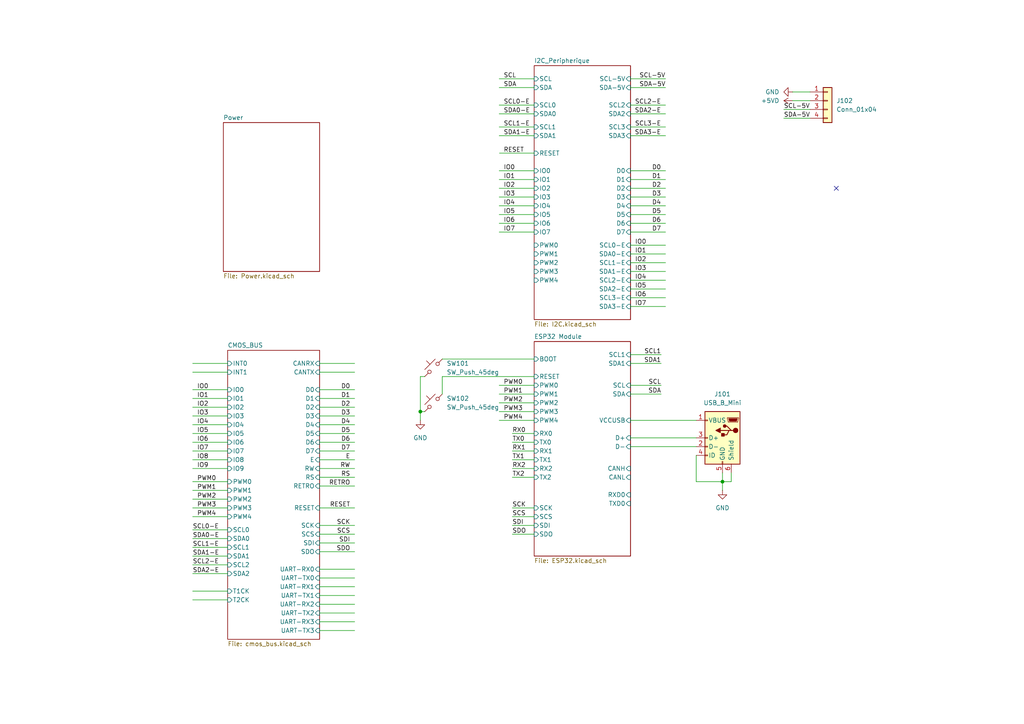
<source format=kicad_sch>
(kicad_sch (version 20250114) (generator "eeschema") (generator_version "9.0")
  (paper "A4")
  (title_block (date "2025-09-17") (rev "V1.0") (company "CMOS-74A"))
  (lib_symbols
    (symbol "Connector:USB_B_Mini" (pin_names (offset 1.016))
      (property "Reference" "J" (at -5.08 11.43 0))
      (property "Value" "USB_B_Mini" (at -5.08 8.89 0))
      (symbol "USB_B_Mini_0_1"
        (rectangle (start -5.08 -7.62) (end 5.08 7.62) (stroke (width 0.254)) (fill (type background)))
        (polyline (pts (xy -4.699 5.842) (xy -4.699 5.588) (xy -4.445 4.826) (xy -4.445 4.572) (xy -1.651 4.572) (xy -1.651 4.826) (xy -1.397 5.588) (xy -1.397 5.842) (xy -4.699 5.842)))
        (polyline (pts (xy -4.318 5.588) (xy -1.778 5.588) (xy -2.032 4.826) (xy -4.064 4.826) (xy -4.318 5.588)) (fill (type outline)))
        (circle (center -3.81 2.159) (radius 0.635) (stroke (width 0.254)) (fill (type outline)))
        (polyline (pts (xy -3.175 2.159) (xy -2.54 2.159) (xy -1.27 3.429) (xy -0.635 3.429)) (stroke (width 0.254)))
        (polyline (pts (xy -2.54 2.159) (xy -1.905 2.159) (xy -1.27 0.889) (xy 0 0.889)) (stroke (width 0.254)))
        (polyline (pts (xy -1.905 2.159) (xy 0.635 2.159)) (stroke (width 0.254)))
        (circle (center -0.635 3.429) (radius 0.381) (stroke (width 0.254)) (fill (type outline)))
        (rectangle (start -0.127 -7.62) (end 0.127 -6.858))
        (rectangle (start 0.254 1.27) (end -0.508 0.508) (stroke (width 0.254)) (fill (type outline)))
        (polyline (pts (xy 0.635 2.794) (xy 0.635 1.524) (xy 1.905 2.159) (xy 0.635 2.794)) (stroke (width 0.254)) (fill (type outline)))
        (rectangle (start 5.08 4.953) (end 4.318 5.207))
        (rectangle (start 5.08 -0.127) (end 4.318 0.127))
        (rectangle (start 5.08 -2.667) (end 4.318 -2.413))
        (rectangle (start 5.08 -5.207) (end 4.318 -4.953))
      )
      (symbol "USB_B_Mini_1_1"
        (pin passive line (at -2.54 -10.16 90) (length 2.54) (name "Shield") (number "6"))
        (pin power_out line (at 0 -10.16 90) (length 2.54) (name "GND") (number "5"))
        (pin power_out line (at 7.62 5.08 180) (length 2.54) (name "VBUS") (number "1"))
        (pin bidirectional line (at 7.62 0 180) (length 2.54) (name "D+") (number "3"))
        (pin bidirectional line (at 7.62 -2.54 180) (length 2.54) (name "D-") (number "2"))
        (pin passive line (at 7.62 -5.08 180) (length 2.54) (name "ID") (number "4"))
      )
    )
    (symbol "Connector_Generic:Conn_01x04" (pin_names (offset 1.016) (hide yes))
      (property "Reference" "J" (at 0 5.08 0))
      (property "Value" "Conn_01x04" (at 0 -7.62 0))
      (symbol "Conn_01x04_1_1"
        (rectangle (start -1.27 3.81) (end 1.27 -6.35) (stroke (width 0.254)) (fill (type background)))
        (rectangle (start -1.27 2.667) (end 0 2.413) (stroke (width 0.1524)))
        (rectangle (start -1.27 0.127) (end 0 -0.127) (stroke (width 0.1524)))
        (rectangle (start -1.27 -2.413) (end 0 -2.667) (stroke (width 0.1524)))
        (rectangle (start -1.27 -4.953) (end 0 -5.207) (stroke (width 0.1524)))
        (pin passive line (at -5.08 2.54 0) (length 3.81) (name "Pin_1") (number "1"))
        (pin passive line (at -5.08 0 0) (length 3.81) (name "Pin_2") (number "2"))
        (pin passive line (at -5.08 -2.54 0) (length 3.81) (name "Pin_3") (number "3"))
        (pin passive line (at -5.08 -5.08 0) (length 3.81) (name "Pin_4") (number "4"))
      )
    )
    (symbol "Switch:SW_Push_45deg" (pin_numbers (hide yes)) (pin_names (offset 1.016) (hide yes))
      (property "Reference" "SW" (at 3.048 1.016 0))
      (property "Value" "SW_Push_45deg" (at 0 -3.81 0))
      (symbol "SW_Push_45deg_0_1"
        (polyline (pts (xy -2.54 2.54) (xy -1.524 1.524) (xy -1.524 1.524)))
        (circle (center -1.1684 1.1684) (radius 0.508))
        (polyline (pts (xy -0.508 2.54) (xy 2.54 -0.508)))
        (polyline (pts (xy 1.016 1.016) (xy 2.032 2.032)))
        (circle (center 1.143 -1.1938) (radius 0.508))
        (polyline (pts (xy 1.524 -1.524) (xy 2.54 -2.54) (xy 2.54 -2.54) (xy 2.54 -2.54)))
        (pin passive line (at -2.54 2.54 0) (length 0) (name "1") (number "1"))
        (pin passive line (at 2.54 -2.54 180) (length 0) (name "2") (number "2"))
      )
    )
    (symbol "power:+5VD" (power) (pin_numbers (hide yes)) (pin_names (offset 0) (hide yes))
      (property "Value" "+5VD" (at 0 3.556 0))
      (symbol "+5VD_0_1"
        (polyline (pts (xy -0.762 1.27) (xy 0 2.54)))
        (polyline (pts (xy 0 2.54) (xy 0.762 1.27)))
        (polyline (pts (xy 0 0) (xy 0 2.54)))
      )
      (symbol "+5VD_1_1"
        (pin power_in line (at 0 0 90) (length 0) (name "~") (number "1"))
      )
    )
    (symbol "power:GND" (power) (pin_numbers (hide yes)) (pin_names (offset 0) (hide yes))
      (property "Value" "GND" (at 0 -3.81 0))
      (symbol "GND_0_1"
        (polyline (pts (xy 0 0) (xy 0 -1.27) (xy 1.27 -1.27) (xy 0 -2.54) (xy -1.27 -1.27) (xy 0 -1.27)))
      )
      (symbol "GND_1_1"
        (pin power_in line (at 0 0 270) (length 0) (name "~") (number "1"))
      )
    )
  )
  (junction (at 209.55 139.7))
  (junction (at 121.92 119.38))
  (no_connect (at 242.57 54.61))
  (wire (pts (xy 92.71 157.48) (xy 102.87 157.48)))
  (wire (pts (xy 182.88 62.23) (xy 193.04 62.23)))
  (wire (pts (xy 229.87 26.67) (xy 234.95 26.67)))
  (wire (pts (xy 92.71 130.81) (xy 102.87 130.81)))
  (wire (pts (xy 182.88 114.3) (xy 191.77 114.3)))
  (wire (pts (xy 209.55 139.7) (xy 209.55 142.24)))
  (wire (pts (xy 148.59 125.73) (xy 154.94 125.73)))
  (wire (pts (xy 227.33 34.29) (xy 234.95 34.29)))
  (wire (pts (xy 55.88 120.65) (xy 66.04 120.65)))
  (wire (pts (xy 55.88 135.89) (xy 66.04 135.89)))
  (wire (pts (xy 144.78 49.53) (xy 154.94 49.53)))
  (wire (pts (xy 55.88 118.11) (xy 66.04 118.11)))
  (wire (pts (xy 182.88 102.87) (xy 191.77 102.87)))
  (wire (pts (xy 92.71 177.8) (xy 102.87 177.8)))
  (wire (pts (xy 92.71 135.89) (xy 102.87 135.89)))
  (wire (pts (xy 201.93 132.08) (xy 201.93 139.7)))
  (wire (pts (xy 148.59 135.89) (xy 154.94 135.89)))
  (wire (pts (xy 182.88 78.74) (xy 193.04 78.74)))
  (wire (pts (xy 92.71 115.57) (xy 102.87 115.57)))
  (wire (pts (xy 148.59 138.43) (xy 154.94 138.43)))
  (wire (pts (xy 144.78 33.02) (xy 154.94 33.02)))
  (wire (pts (xy 148.59 147.32) (xy 154.94 147.32)))
  (wire (pts (xy 128.27 109.22) (xy 128.27 114.3)))
  (wire (pts (xy 144.78 22.86) (xy 154.94 22.86)))
  (wire (pts (xy 182.88 105.41) (xy 191.77 105.41)))
  (wire (pts (xy 144.78 54.61) (xy 154.94 54.61)))
  (wire (pts (xy 144.78 25.4) (xy 154.94 25.4)))
  (wire (pts (xy 144.78 36.83) (xy 154.94 36.83)))
  (wire (pts (xy 144.8539 44.4107) (xy 155.0139 44.4107)))
  (wire (pts (xy 182.88 73.66) (xy 193.04 73.66)))
  (wire (pts (xy 144.78 59.69) (xy 154.94 59.69)))
  (wire (pts (xy 121.92 119.38) (xy 121.92 121.92)))
  (wire (pts (xy 144.78 52.07) (xy 154.94 52.07)))
  (wire (pts (xy 55.88 144.78) (xy 66.04 144.78)))
  (wire (pts (xy 148.59 130.81) (xy 154.94 130.81)))
  (wire (pts (xy 144.78 119.38) (xy 154.94 119.38)))
  (wire (pts (xy 182.88 36.83) (xy 193.04 36.83)))
  (wire (pts (xy 55.88 158.75) (xy 66.04 158.75)))
  (wire (pts (xy 55.88 133.35) (xy 66.04 133.35)))
  (wire (pts (xy 55.88 128.27) (xy 66.04 128.27)))
  (wire (pts (xy 182.88 81.28) (xy 193.04 81.28)))
  (wire (pts (xy 92.71 152.4) (xy 102.87 152.4)))
  (wire (pts (xy 121.92 109.22) (xy 121.92 119.38)))
  (wire (pts (xy 55.88 173.99) (xy 66.04 173.99)))
  (wire (pts (xy 144.78 39.37) (xy 154.94 39.37)))
  (wire (pts (xy 92.71 138.43) (xy 102.87 138.43)))
  (wire (pts (xy 55.88 171.45) (xy 66.04 171.45)))
  (wire (pts (xy 182.88 39.37) (xy 193.04 39.37)))
  (wire (pts (xy 144.78 64.77) (xy 154.94 64.77)))
  (wire (pts (xy 55.88 142.24) (xy 66.04 142.24)))
  (wire (pts (xy 55.88 105.41) (xy 66.04 105.41)))
  (wire (pts (xy 182.88 49.53) (xy 193.04 49.53)))
  (wire (pts (xy 201.93 139.7) (xy 209.55 139.7)))
  (wire (pts (xy 182.88 57.15) (xy 193.04 57.15)))
  (wire (pts (xy 55.88 163.83) (xy 66.04 163.83)))
  (wire (pts (xy 55.88 161.29) (xy 66.04 161.29)))
  (wire (pts (xy 182.88 121.92) (xy 201.93 121.92)))
  (wire (pts (xy 55.88 130.81) (xy 66.04 130.81)))
  (wire (pts (xy 55.88 107.95) (xy 66.04 107.95)))
  (wire (pts (xy 182.88 64.77) (xy 193.04 64.77)))
  (wire (pts (xy 212.09 139.7) (xy 212.09 137.16)))
  (wire (pts (xy 182.88 127) (xy 201.93 127)))
  (wire (pts (xy 92.71 172.72) (xy 102.87 172.72)))
  (wire (pts (xy 182.88 129.54) (xy 201.93 129.54)))
  (wire (pts (xy 92.71 118.11) (xy 102.87 118.11)))
  (wire (pts (xy 229.87 29.21) (xy 234.95 29.21)))
  (wire (pts (xy 182.88 52.07) (xy 193.04 52.07)))
  (wire (pts (xy 92.71 175.26) (xy 102.87 175.26)))
  (wire (pts (xy 55.88 153.67) (xy 66.04 153.67)))
  (wire (pts (xy 92.71 165.1) (xy 102.87 165.1)))
  (wire (pts (xy 92.71 160.02) (xy 102.87 160.02)))
  (wire (pts (xy 144.78 67.31) (xy 154.94 67.31)))
  (wire (pts (xy 92.71 113.03) (xy 102.87 113.03)))
  (wire (pts (xy 92.71 154.94) (xy 102.87 154.94)))
  (wire (pts (xy 182.88 83.82) (xy 193.04 83.82)))
  (wire (pts (xy 144.78 57.15) (xy 154.94 57.15)))
  (wire (pts (xy 182.88 88.9) (xy 193.04 88.9)))
  (wire (pts (xy 227.33 31.75) (xy 234.95 31.75)))
  (wire (pts (xy 92.71 182.88) (xy 102.87 182.88)))
  (wire (pts (xy 92.71 133.35) (xy 102.87 133.35)))
  (wire (pts (xy 92.71 128.27) (xy 102.87 128.27)))
  (wire (pts (xy 92.71 140.97) (xy 102.87 140.97)))
  (wire (pts (xy 55.88 125.73) (xy 66.04 125.73)))
  (wire (pts (xy 144.78 30.48) (xy 154.94 30.48)))
  (wire (pts (xy 182.88 25.4) (xy 193.04 25.4)))
  (wire (pts (xy 148.59 152.4) (xy 154.94 152.4)))
  (wire (pts (xy 55.88 166.37) (xy 66.04 166.37)))
  (wire (pts (xy 92.71 147.32) (xy 102.87 147.32)))
  (wire (pts (xy 92.71 170.18) (xy 102.87 170.18)))
  (wire (pts (xy 92.71 125.73) (xy 102.87 125.73)))
  (wire (pts (xy 182.88 86.36) (xy 193.04 86.36)))
  (wire (pts (xy 154.94 109.22) (xy 128.27 109.22)))
  (wire (pts (xy 92.71 107.95) (xy 102.87 107.95)))
  (wire (pts (xy 55.88 139.7) (xy 66.04 139.7)))
  (wire (pts (xy 144.78 114.3) (xy 154.94 114.3)))
  (wire (pts (xy 182.88 111.76) (xy 191.77 111.76)))
  (wire (pts (xy 148.59 128.27) (xy 154.94 128.27)))
  (wire (pts (xy 148.59 133.35) (xy 154.94 133.35)))
  (wire (pts (xy 55.88 156.21) (xy 66.04 156.21)))
  (wire (pts (xy 92.71 180.34) (xy 102.87 180.34)))
  (wire (pts (xy 92.71 123.19) (xy 102.87 123.19)))
  (wire (pts (xy 55.88 147.32) (xy 66.04 147.32)))
  (wire (pts (xy 92.71 105.41) (xy 102.87 105.41)))
  (wire (pts (xy 144.78 111.76) (xy 154.94 111.76)))
  (wire (pts (xy 182.88 59.69) (xy 193.04 59.69)))
  (wire (pts (xy 148.59 154.94) (xy 154.94 154.94)))
  (wire (pts (xy 144.78 116.84) (xy 154.94 116.84)))
  (wire (pts (xy 182.88 33.02) (xy 193.04 33.02)))
  (wire (pts (xy 55.88 115.57) (xy 66.04 115.57)))
  (wire (pts (xy 128.27 104.14) (xy 154.94 104.14)))
  (wire (pts (xy 144.78 121.92) (xy 154.94 121.92)))
  (wire (pts (xy 92.71 120.65) (xy 102.87 120.65)))
  (wire (pts (xy 209.55 139.7) (xy 212.09 139.7)))
  (wire (pts (xy 55.88 149.86) (xy 66.04 149.86)))
  (wire (pts (xy 182.88 30.48) (xy 193.04 30.48)))
  (wire (pts (xy 92.71 167.64) (xy 102.87 167.64)))
  (wire (pts (xy 123.19 109.22) (xy 121.92 109.22)))
  (wire (pts (xy 182.88 76.2) (xy 193.04 76.2)))
  (wire (pts (xy 182.88 67.31) (xy 193.04 67.31)))
  (wire (pts (xy 182.88 54.61) (xy 193.04 54.61)))
  (wire (pts (xy 55.88 123.19) (xy 66.04 123.19)))
  (wire (pts (xy 121.92 119.38) (xy 123.19 119.38)))
  (wire (pts (xy 144.78 62.23) (xy 154.94 62.23)))
  (wire (pts (xy 55.88 113.03) (xy 66.04 113.03)))
  (wire (pts (xy 182.88 71.12) (xy 193.04 71.12)))
  (wire (pts (xy 209.55 137.16) (xy 209.55 139.7)))
  (wire (pts (xy 182.88 22.86) (xy 193.04 22.86)))
  (wire (pts (xy 148.59 149.86) (xy 154.94 149.86)))
  (label "SCL" (at 191.77 111.76 180))
  (label "D5" (at 191.77 62.23 180))
  (label "IO7" (at 146.05 67.31 0))
  (label "TX2" (at 148.59 138.43 0))
  (label "IO1" (at 184.15 73.66 0))
  (label "D2" (at 191.77 54.61 180))
  (label "PWM4" (at 146.05 121.92 0))
  (label "SCL3-E" (at 191.77 36.83 180))
  (label "IO6" (at 146.05 64.77 0))
  (label "RX0" (at 148.59 125.73 0))
  (label "D3" (at 191.77 57.15 180))
  (label "SDO" (at 148.59 154.94 0))
  (label "E" (at 101.6 133.35 180))
  (label "IO3" (at 184.15 78.74 0))
  (label "SDA0-E" (at 146.05 33.02 0))
  (label "D4" (at 101.6 123.19 180))
  (label "IO3" (at 146.05 57.15 0))
  (label "IO4" (at 57.15 123.19 0))
  (label "SDA3-E" (at 191.77 39.37 180))
  (label "SCL-5V" (at 185.42 22.86 0))
  (label "SDO" (at 101.6 160.02 180))
  (label "IO1" (at 57.15 115.57 0))
  (label "D4" (at 191.77 59.69 180))
  (label "RX1" (at 148.59 130.81 0))
  (label "IO7" (at 184.15 88.9 0))
  (label "SCL2-E" (at 191.77 30.48 180))
  (label "SDA1-E" (at 146.05 39.37 0))
  (label "SDA" (at 146.05 25.4 0))
  (label "SDA1" (at 191.77 105.41 180))
  (label "D1" (at 191.77 52.07 180))
  (label "D0" (at 101.6 113.03 180))
  (label "SDA2-E" (at 191.77 33.02 180))
  (label "PWM0" (at 146.05 111.76 0))
  (label "IO1" (at 146.05 52.07 0))
  (label "IO6" (at 57.15 128.27 0))
  (label "IO5" (at 184.15 83.82 0))
  (label "D3" (at 101.6 120.65 180))
  (label "SDA0-E" (at 55.88 156.21 0))
  (label "SCL0-E" (at 55.88 153.67 0))
  (label "IO4" (at 184.15 81.28 0))
  (label "IO2" (at 146.05 54.61 0))
  (label "IO9" (at 57.15 135.89 0))
  (label "IO2" (at 184.15 76.2 0))
  (label "PWM3" (at 146.05 119.38 0))
  (label "SCL2-E" (at 55.88 163.83 0))
  (label "IO8" (at 57.15 133.35 0))
  (label "SCL0-E" (at 146.05 30.48 0))
  (label "SCL-5V" (at 227.33 31.75 0))
  (label "D7" (at 191.77 67.31 180))
  (label "IO0" (at 184.15 71.12 0))
  (label "RESET" (at 146.05 44.45 0))
  (label "IO0" (at 146.05 49.53 0))
  (label "SDI" (at 148.59 152.4 0))
  (label "PWM2" (at 57.15 144.78 0))
  (label "D6" (at 191.77 64.77 180))
  (label "SCL1-E" (at 146.05 36.83 0))
  (label "TX0" (at 148.59 128.27 0))
  (label "IO0" (at 57.15 113.03 0))
  (label "PWM1" (at 146.05 114.3 0))
  (label "PWM3" (at 57.15 147.32 0))
  (label "SCK" (at 148.59 147.32 0))
  (label "RS" (at 101.6 138.43 180))
  (label "IO5" (at 146.05 62.23 0))
  (label "IO6" (at 184.15 86.36 0))
  (label "PWM4" (at 57.15 149.86 0))
  (label "PWM0" (at 57.15 139.7 0))
  (label "SCK" (at 101.6 152.4 180))
  (label "SDA1-E" (at 55.88 161.29 0))
  (label "RW" (at 101.6 135.89 180))
  (label "RESET" (at 101.6 147.32 180))
  (label "TX1" (at 148.59 133.35 0))
  (label "SCL1-E" (at 55.88 158.75 0))
  (label "RX2" (at 148.59 135.89 0))
  (label "IO7" (at 57.15 130.81 0))
  (label "SDA2-E" (at 55.88 166.37 0))
  (label "SDA-5V" (at 185.42 25.4 0))
  (label "PWM2" (at 146.05 116.84 0))
  (label "SCS" (at 101.6 154.94 180))
  (label "D6" (at 101.6 128.27 180))
  (label "D5" (at 101.6 125.73 180))
  (label "SDI" (at 101.6 157.48 180))
  (label "IO2" (at 57.15 118.11 0))
  (label "SCS" (at 148.59 149.86 0))
  (label "SDA-5V" (at 227.33 34.29 0))
  (label "IO3" (at 57.15 120.65 0))
  (label "PWM1" (at 57.15 142.24 0))
  (label "SCL1" (at 191.77 102.87 180))
  (label "SDA" (at 191.77 114.3 180))
  (label "IO4" (at 146.05 59.69 0))
  (label "RETRO" (at 101.6 140.97 180))
  (label "IO5" (at 57.15 125.73 0))
  (label "D2" (at 101.6 118.11 180))
  (label "D0" (at 191.77 49.53 180))
  (label "D7" (at 101.6 130.81 180))
  (label "SCL" (at 146.05 22.86 0))
  (label "D1" (at 101.6 115.57 180))
  (symbol (lib_id "Connector_Generic:Conn_01x04") (at 240.03 29.21 0) (unit 1)
    (property "Reference" "J102" (at 242.57 29.2099 0) (effects (justify left)))
    (property "Value" "Conn_01x04" (at 242.57 31.7499 0) (effects (justify left)))
    (property "Footprint" "Connector_Harwin:Harwin_M20-89004xx_1x04_P2.54mm_Horizontal" (effects (hide yes)))
    (property "Description" "Generic connector, single row, 01x04, script generated (kicad-library-utils/schlib/autogen/connector/)" (effects (hide yes)))
  )
  (symbol (lib_id "power:GND") (at 121.92 121.92 0) (unit 1)
    (property "Reference" "#PWR0104" (effects (hide yes)))
    (property "Value" "GND" (at 121.92 127 0))
    (property "Description" "Power symbol creates a global label with name \"GND\" , ground" (effects (hide yes)))
  )
  (symbol (lib_id "power:+5VD") (at 229.87 29.21 90) (unit 1)
    (property "Reference" "#PWR0102" (effects (hide yes)))
    (property "Value" "+5VD" (at 226.06 29.2099 90) (effects (justify left)))
    (property "Description" "Power symbol creates a global label with name \"+5VD\"" (effects (hide yes)))
  )
  (symbol (lib_id "Connector:USB_B_Mini") (at 209.55 127 0) (mirror y) (unit 1)
    (property "Reference" "J101" (at 209.55 114.3 0))
    (property "Value" "USB_B_Mini" (at 209.55 116.84 0))
    (property "Footprint" "Connector_USB:USB_Mini-B_Wuerth_65100516121_Horizontal" (effects (hide yes)))
    (property "Description" "USB Mini Type B connector" (effects (hide yes)))
  )
  (symbol (lib_id "Switch:SW_Push_45deg") (at 125.73 116.84 90) (unit 1)
    (property "Reference" "SW102" (at 129.54 115.5699 90) (effects (justify right)))
    (property "Value" "SW_Push_45deg" (at 129.54 118.1099 90) (effects (justify right)))
    (property "Footprint" "Button_Switch_THT:SW_Tactile_SKHH_Angled" (effects (hide yes)))
    (property "Description" "Push button switch, normally open, two pins, 45° tilted" (effects (hide yes)))
  )
  (symbol (lib_id "Switch:SW_Push_45deg") (at 125.73 106.68 90) (unit 1)
    (property "Reference" "SW101" (at 129.54 105.4099 90) (effects (justify right)))
    (property "Value" "SW_Push_45deg" (at 129.54 107.9499 90) (effects (justify right)))
    (property "Footprint" "Button_Switch_THT:SW_Tactile_SKHH_Angled" (effects (hide yes)))
    (property "Description" "Push button switch, normally open, two pins, 45° tilted" (effects (hide yes)))
  )
  (symbol (lib_id "power:GND") (at 209.55 142.24 0) (unit 1)
    (property "Reference" "#PWR0103" (effects (hide yes)))
    (property "Value" "GND" (at 209.55 147.32 0))
    (property "Description" "Power symbol creates a global label with name \"GND\" , ground" (effects (hide yes)))
  )
  (symbol (lib_id "power:GND") (at 229.87 26.67 270) (unit 1)
    (property "Reference" "#PWR0101" (effects (hide yes)))
    (property "Value" "GND" (at 226.06 26.6699 90) (effects (justify right)))
    (property "Description" "Power symbol creates a global label with name \"GND\" , ground" (effects (hide yes)))
  )
  (sheet (at 154.94 99.06) (size 27.94 62.23) (stroke (width 0.1524))
    (property "Sheetname" "ESP32 Module" (at 154.94 98.3484 0) (effects (justify left bottom)))
    (property "Sheetfile" "ESP32.kicad_sch" (at 154.94 161.8746 0) (effects (justify left top)))
    (pin "BOOT" input (at 154.94 104.14 180))
    (pin "RESET" input (at 154.94 109.22 180))
    (pin "RX0" input (at 154.94 125.73 180))
    (pin "SCL" input (at 182.88 111.76 0))
    (pin "SDA" input (at 182.88 114.3 0))
    (pin "TX0" input (at 154.94 128.27 180))
    (pin "D+" input (at 182.88 127 0))
    (pin "D-" input (at 182.88 129.54 0))
    (pin "VCCUSB" input (at 182.88 121.92 0))
    (pin "CANH" input (at 182.88 135.89 0))
    (pin "CANL" input (at 182.88 138.43 0))
    (pin "RXD0" input (at 182.88 143.51 0))
    (pin "SCK" input (at 154.94 147.32 180))
    (pin "SCS" input (at 154.94 149.86 180))
    (pin "SDI" input (at 154.94 152.4 180))
    (pin "SDO" input (at 154.94 154.94 180))
    (pin "TXD0" input (at 182.88 146.05 0))
    (pin "RX1" input (at 154.94 130.81 180))
    (pin "RX2" input (at 154.94 135.89 180))
    (pin "SCL1" input (at 182.88 102.87 0))
    (pin "SDA1" input (at 182.88 105.41 0))
    (pin "TX1" input (at 154.94 133.35 180))
    (pin "TX2" input (at 154.94 138.43 180))
    (pin "PWM0" input (at 154.94 111.76 180))
    (pin "PWM1" input (at 154.94 114.3 180))
    (pin "PWM2" input (at 154.94 116.84 180))
    (pin "PWM3" input (at 154.94 119.38 180))
    (pin "PWM4" input (at 154.94 121.92 180))
  )
  (sheet (at 64.77 35.56) (size 27.94 43.18) (stroke (width 0.1524))
    (property "Sheetname" "Power" (at 64.77 34.8484 0) (effects (justify left bottom)))
    (property "Sheetfile" "Power.kicad_sch" (at 64.77 79.3246 0) (effects (justify left top)))
  )
  (sheet (at 66.04 101.6) (size 26.67 83.82) (stroke (width 0.1524))
    (property "Sheetname" "CMOS_BUS" (at 66.04 100.8884 0) (effects (justify left bottom)))
    (property "Sheetfile" "cmos_bus.kicad_sch" (at 66.04 186.0046 0) (effects (justify left top)))
    (pin "CANRX" input (at 92.71 105.41 0))
    (pin "CANTX" input (at 92.71 107.95 0))
    (pin "D0" input (at 92.71 113.03 0))
    (pin "D1" input (at 92.71 115.57 0))
    (pin "D2" input (at 92.71 118.11 0))
    (pin "D3" input (at 92.71 120.65 0))
    (pin "D4" input (at 92.71 123.19 0))
    (pin "D5" input (at 92.71 125.73 0))
    (pin "D6" input (at 92.71 128.27 0))
    (pin "D7" input (at 92.71 130.81 0))
    (pin "E" input (at 92.71 133.35 0))
    (pin "INT0" input (at 66.04 105.41 180))
    (pin "INT1" input (at 66.04 107.95 180))
    (pin "IO0" input (at 66.04 113.03 180))
    (pin "IO1" input (at 66.04 115.57 180))
    (pin "IO2" input (at 66.04 118.11 180))
    (pin "IO3" input (at 66.04 120.65 180))
    (pin "IO4" input (at 66.04 123.19 180))
    (pin "IO5" input (at 66.04 125.73 180))
    (pin "IO6" input (at 66.04 128.27 180))
    (pin "IO7" input (at 66.04 130.81 180))
    (pin "IO8" input (at 66.04 133.35 180))
    (pin "IO9" input (at 66.04 135.89 180))
    (pin "PWM0" input (at 66.04 139.7 180))
    (pin "PWM1" input (at 66.04 142.24 180))
    (pin "PWM2" input (at 66.04 144.78 180))
    (pin "PWM3" input (at 66.04 147.32 180))
    (pin "PWM4" input (at 66.04 149.86 180))
    (pin "RETRO" input (at 92.71 140.97 0))
    (pin "RS" input (at 92.71 138.43 0))
    (pin "RW" input (at 92.71 135.89 0))
    (pin "SCK" input (at 92.71 152.4 0))
    (pin "SCL0" input (at 66.04 153.67 180))
    (pin "SCL1" input (at 66.04 158.75 180))
    (pin "SCL2" input (at 66.04 163.83 180))
    (pin "SCS" input (at 92.71 154.94 0))
    (pin "SDA0" input (at 66.04 156.21 180))
    (pin "SDA1" input (at 66.04 161.29 180))
    (pin "SDA2" input (at 66.04 166.37 180))
    (pin "SDI" input (at 92.71 157.48 0))
    (pin "SDO" input (at 92.71 160.02 0))
    (pin "T1CK" input (at 66.04 171.45 180))
    (pin "T2CK" input (at 66.04 173.99 180))
    (pin "UART-RX0" input (at 92.71 165.1 0))
    (pin "UART-RX1" input (at 92.71 170.18 0))
    (pin "UART-RX2" input (at 92.71 175.26 0))
    (pin "UART-RX3" input (at 92.71 180.34 0))
    (pin "UART-TX0" input (at 92.71 167.64 0))
    (pin "UART-TX1" input (at 92.71 172.72 0))
    (pin "UART-TX2" input (at 92.71 177.8 0))
    (pin "UART-TX3" input (at 92.71 182.88 0))
    (pin "RESET" input (at 92.71 147.32 0))
  )
  (sheet (at 154.94 19.05) (size 27.94 73.66) (stroke (width 0.1524))
    (property "Sheetname" "I2C_Peripherique" (at 154.94 18.3384 0) (effects (justify left bottom)))
    (property "Sheetfile" "I2C.kicad_sch" (at 154.94 93.2946 0) (effects (justify left top)))
    (pin "SCL-5V" input (at 182.88 22.86 0))
    (pin "SCL0" input (at 154.94 30.48 180))
    (pin "SDA-5V" input (at 182.88 25.4 0))
    (pin "SDA0" input (at 154.94 33.02 180))
    (pin "D0" input (at 182.88 49.53 0))
    (pin "D1" input (at 182.88 52.07 0))
    (pin "D2" input (at 182.88 54.61 0))
    (pin "D3" input (at 182.88 57.15 0))
    (pin "D4" input (at 182.88 59.69 0))
    (pin "D5" input (at 182.88 62.23 0))
    (pin "D6" input (at 182.88 64.77 0))
    (pin "D7" input (at 182.88 67.31 0))
    (pin "IO0" input (at 154.94 49.53 180))
    (pin "IO1" input (at 154.94 52.07 180))
    (pin "IO2" input (at 154.94 54.61 180))
    (pin "IO3" input (at 154.94 57.15 180))
    (pin "IO4" input (at 154.94 59.69 180))
    (pin "IO5" input (at 154.94 62.23 180))
    (pin "IO6" input (at 154.94 64.77 180))
    (pin "IO7" input (at 154.94 67.31 180))
    (pin "SCL" input (at 154.94 22.86 180))
    (pin "SCL1" input (at 154.94 36.83 180))
    (pin "SCL2" input (at 182.88 30.48 0))
    (pin "SCL3" input (at 182.88 36.83 0))
    (pin "SDA" input (at 154.94 25.4 180))
    (pin "SDA1" input (at 154.94 39.37 180))
    (pin "SDA2" input (at 182.88 33.02 0))
    (pin "SDA3" input (at 182.88 39.37 0))
    (pin "RESET" input (at 154.94 44.45 180))
    (pin "PWM0" input (at 154.94 71.12 180))
    (pin "PWM1" input (at 154.94 73.66 180))
    (pin "PWM2" input (at 154.94 76.2 180))
    (pin "PWM3" input (at 154.94 78.74 180))
    (pin "PWM4" input (at 154.94 81.28 180))
    (pin "SCL0-E" input (at 182.88 71.12 0))
    (pin "SCL1-E" input (at 182.88 76.2 0))
    (pin "SCL2-E" input (at 182.88 81.28 0))
    (pin "SCL3-E" input (at 182.88 86.36 0))
    (pin "SDA0-E" input (at 182.88 73.66 0))
    (pin "SDA1-E" input (at 182.88 78.74 0))
    (pin "SDA2-E" input (at 182.88 83.82 0))
    (pin "SDA3-E" input (at 182.88 88.9 0))
  )
)
</source>
